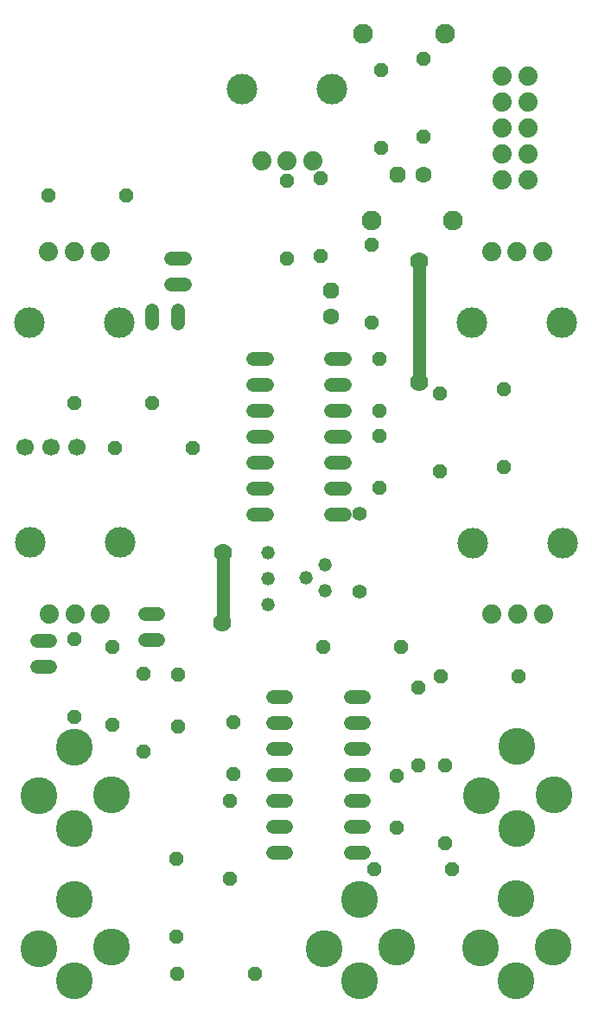
<source format=gbr>
G04 EAGLE Gerber RS-274X export*
G75*
%MOMM*%
%FSLAX34Y34*%
%LPD*%
%INTop Copper*%
%IPPOS*%
%AMOC8*
5,1,8,0,0,1.08239X$1,22.5*%
G01*
G04 Define Apertures*
%ADD10P,1.42962X8X292.5*%
%ADD11C,1.408000*%
%ADD12C,1.320800*%
%ADD13C,1.879600*%
%ADD14C,1.320800*%
%ADD15P,1.42962X8X112.5*%
%ADD16P,1.42962X8X22.5*%
%ADD17P,1.42962X8X202.5*%
%ADD18C,1.700000*%
%ADD19C,3.000000*%
%ADD20P,1.73204X8X112.5*%
%ADD21C,1.600200*%
%ADD22P,1.73204X8X202.5*%
%ADD23C,1.930400*%
%ADD24C,3.616000*%
%ADD25C,1.778000*%
%ADD26C,1.270000*%
D10*
X400812Y574802D03*
X400812Y524002D03*
X257556Y294712D03*
X257556Y243912D03*
D11*
X381000Y498602D03*
X381000Y422402D03*
D12*
X385566Y167132D02*
X372358Y167132D01*
X372358Y192532D02*
X385566Y192532D01*
X385566Y319532D02*
X372358Y319532D01*
X309366Y319532D02*
X296158Y319532D01*
X372358Y217932D02*
X385566Y217932D01*
X385566Y243332D02*
X372358Y243332D01*
X372358Y294132D02*
X385566Y294132D01*
X385566Y268732D02*
X372358Y268732D01*
X309366Y294132D02*
X296158Y294132D01*
X296158Y268732D02*
X309366Y268732D01*
X309366Y243332D02*
X296158Y243332D01*
X296158Y217932D02*
X309366Y217932D01*
X309366Y192532D02*
X296158Y192532D01*
X296158Y167132D02*
X309366Y167132D01*
X290062Y650748D02*
X276854Y650748D01*
X276854Y625348D02*
X290062Y625348D01*
X290062Y498348D02*
X276854Y498348D01*
X353054Y498348D02*
X366262Y498348D01*
X290062Y599948D02*
X276854Y599948D01*
X276854Y574548D02*
X290062Y574548D01*
X290062Y523748D02*
X276854Y523748D01*
X276854Y549148D02*
X290062Y549148D01*
X353054Y523748D02*
X366262Y523748D01*
X366262Y549148D02*
X353054Y549148D01*
X353054Y574548D02*
X366262Y574548D01*
X366262Y599948D02*
X353054Y599948D01*
X353054Y625348D02*
X366262Y625348D01*
X366262Y650748D02*
X353054Y650748D01*
D13*
X546100Y927100D03*
X520700Y927100D03*
X546100Y901700D03*
X520700Y901700D03*
X546100Y876300D03*
X520700Y876300D03*
X546100Y850900D03*
X520700Y850900D03*
X546100Y825500D03*
X520700Y825500D03*
D14*
X291084Y410210D03*
X291084Y435610D03*
X291084Y461010D03*
X347218Y448818D03*
X328168Y436118D03*
X347218Y423418D03*
D10*
X402082Y933450D03*
X402082Y857250D03*
D15*
X254000Y141732D03*
X254000Y217932D03*
D10*
X169672Y342646D03*
X169672Y266446D03*
X201748Y161033D03*
X201748Y84833D03*
D16*
X202438Y48514D03*
X278638Y48514D03*
D15*
X521970Y544576D03*
X521970Y620776D03*
X465072Y176278D03*
X465072Y252478D03*
D16*
X460248Y339790D03*
X536448Y339790D03*
D10*
X459740Y616458D03*
X459740Y540258D03*
X438404Y329184D03*
X438404Y252984D03*
D16*
X395478Y150876D03*
X471678Y150876D03*
D15*
X342900Y751332D03*
X342900Y827532D03*
D17*
X152400Y810260D03*
X76200Y810260D03*
D10*
X310134Y824992D03*
X310134Y748792D03*
D16*
X101600Y607314D03*
X177800Y607314D03*
D15*
X138938Y292608D03*
X138938Y368808D03*
X101600Y299974D03*
X101600Y376174D03*
D16*
X141738Y563626D03*
X217938Y563626D03*
D18*
X104394Y564134D03*
X78994Y564134D03*
X53594Y564134D03*
D16*
X345186Y368808D03*
X421386Y368808D03*
D13*
X285134Y844400D03*
X310134Y844400D03*
X335134Y844400D03*
D19*
X266134Y914400D03*
X354134Y914400D03*
D13*
X126600Y755800D03*
X101600Y755800D03*
X76600Y755800D03*
D19*
X145600Y685800D03*
X57600Y685800D03*
D13*
X77108Y400662D03*
X102108Y400662D03*
X127108Y400662D03*
D19*
X58108Y470662D03*
X146108Y470662D03*
D13*
X560178Y755800D03*
X535178Y755800D03*
X510178Y755800D03*
D19*
X579178Y685800D03*
X491178Y685800D03*
D13*
X510940Y400408D03*
X535940Y400408D03*
X560940Y400408D03*
D19*
X491940Y470408D03*
X579940Y470408D03*
D12*
X209804Y748792D02*
X196596Y748792D01*
X196596Y723392D02*
X209804Y723392D01*
X178054Y698246D02*
X178054Y685038D01*
X203454Y685038D02*
X203454Y698246D01*
X183896Y375412D02*
X170688Y375412D01*
X170688Y400812D02*
X183896Y400812D01*
X78232Y348996D02*
X65024Y348996D01*
X65024Y374396D02*
X78232Y374396D01*
D20*
X353060Y717804D03*
D21*
X353060Y692404D03*
D22*
X418084Y830834D03*
D21*
X443484Y830834D03*
D10*
X417068Y242570D03*
X417068Y191770D03*
X203200Y341630D03*
X203200Y290830D03*
X400304Y650748D03*
X400304Y599948D03*
D23*
X464688Y968502D03*
X384688Y968502D03*
X392726Y786040D03*
X472726Y786040D03*
D24*
X137600Y74440D03*
X101600Y41440D03*
X66600Y73440D03*
X101600Y121440D03*
X137600Y223600D03*
X101600Y190600D03*
X66600Y222600D03*
X101600Y270600D03*
X571432Y223854D03*
X535432Y190854D03*
X500432Y222854D03*
X535432Y270854D03*
X417000Y74440D03*
X381000Y41440D03*
X346000Y73440D03*
X381000Y121440D03*
X570416Y74948D03*
X534416Y41948D03*
X499416Y73948D03*
X534416Y121948D03*
D10*
X443738Y944118D03*
X443738Y867918D03*
X392684Y762254D03*
X392684Y686054D03*
D25*
X439166Y627888D03*
X439420Y745998D03*
D26*
X439462Y745956D01*
X439462Y628184D01*
X439166Y627888D01*
D25*
X247142Y461010D03*
D26*
X247142Y392938D01*
X246380Y392176D01*
D25*
X246380Y392176D03*
M02*

</source>
